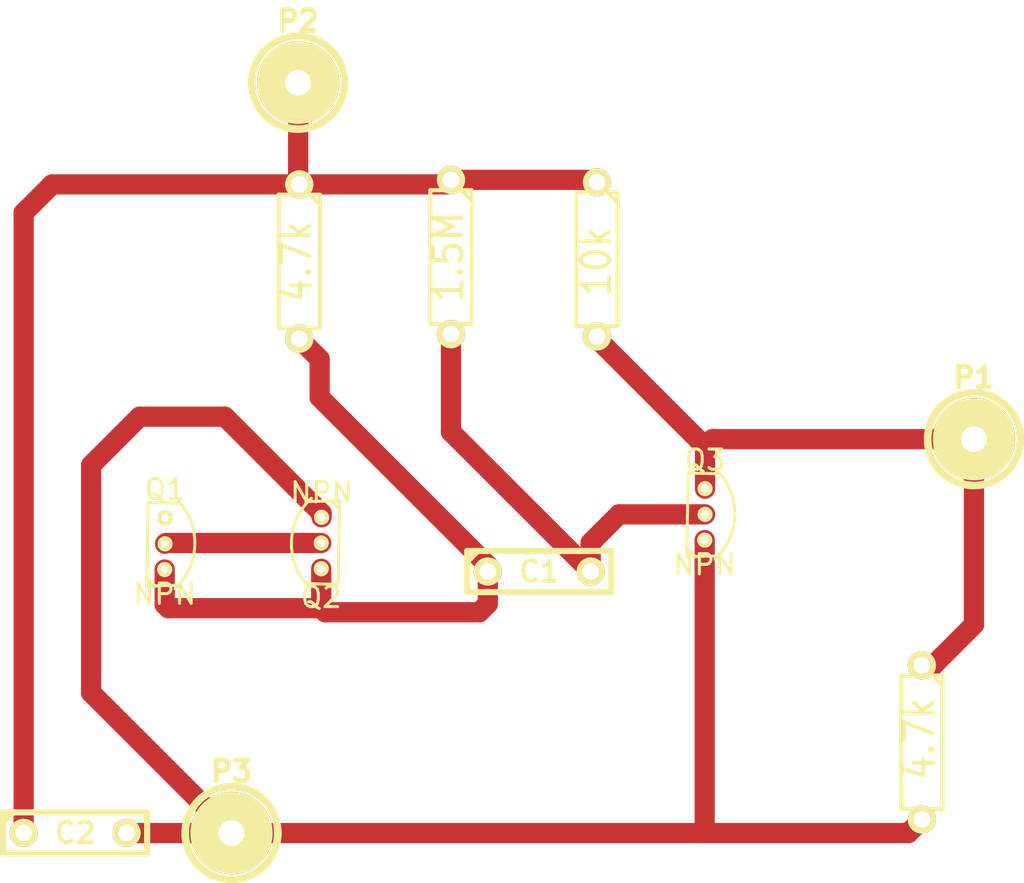
<source format=kicad_pcb>
(kicad_pcb (version 3) (host pcbnew "(2013-07-07 BZR 4022)-stable")

  (general
    (links 17)
    (no_connects 0)
    (area 180.273959 132.29844 232.372746 176.9745)
    (thickness 1.6)
    (drawings 0)
    (tracks 49)
    (zones 0)
    (modules 12)
    (nets 7)
  )

  (page A3)
  (layers
    (15 F.Cu signal)
    (0 B.Cu signal)
    (16 B.Adhes user)
    (17 F.Adhes user)
    (18 B.Paste user)
    (19 F.Paste user)
    (20 B.SilkS user)
    (21 F.SilkS user)
    (22 B.Mask user)
    (23 F.Mask user)
    (24 Dwgs.User user)
    (25 Cmts.User user)
    (26 Eco1.User user)
    (27 Eco2.User user)
    (28 Edge.Cuts user)
  )

  (setup
    (last_trace_width 1)
    (trace_clearance 0.254)
    (zone_clearance 0.508)
    (zone_45_only no)
    (trace_min 0.254)
    (segment_width 0.2)
    (edge_width 0.1)
    (via_size 0.889)
    (via_drill 0.635)
    (via_min_size 0.889)
    (via_min_drill 0.508)
    (uvia_size 0.508)
    (uvia_drill 0.127)
    (uvias_allowed no)
    (uvia_min_size 0.508)
    (uvia_min_drill 0.127)
    (pcb_text_width 0.3)
    (pcb_text_size 1.5 1.5)
    (mod_edge_width 0.15)
    (mod_text_size 1 1)
    (mod_text_width 0.15)
    (pad_size 4.064 4.064)
    (pad_drill 1.27)
    (pad_to_mask_clearance 0)
    (aux_axis_origin 0 0)
    (visible_elements 7FFFFFFF)
    (pcbplotparams
      (layerselection 32768)
      (usegerberextensions true)
      (excludeedgelayer true)
      (linewidth 0.150000)
      (plotframeref false)
      (viasonmask false)
      (mode 1)
      (useauxorigin false)
      (hpglpennumber 1)
      (hpglpenspeed 20)
      (hpglpendiameter 15)
      (hpglpenoverlay 2)
      (psnegative false)
      (psa4output false)
      (plotreference true)
      (plotvalue true)
      (plotothertext true)
      (plotinvisibletext false)
      (padsonsilk false)
      (subtractmaskfromsilk false)
      (outputformat 1)
      (mirror false)
      (drillshape 0)
      (scaleselection 1)
      (outputdirectory ../Gerbers/))
  )

  (net 0 "")
  (net 1 N-000001)
  (net 2 N-000002)
  (net 3 N-000003)
  (net 4 N-000004)
  (net 5 N-000006)
  (net 6 N-000007)

  (net_class Default "This is the default net class."
    (clearance 0.254)
    (trace_width 1)
    (via_dia 0.889)
    (via_drill 0.635)
    (uvia_dia 0.508)
    (uvia_drill 0.127)
    (add_net "")
    (add_net N-000001)
    (add_net N-000002)
    (add_net N-000003)
    (add_net N-000004)
    (add_net N-000006)
    (add_net N-000007)
  )

  (net_class Large ""
    (clearance 0.254)
    (trace_width 1)
    (via_dia 0.889)
    (via_drill 0.635)
    (uvia_dia 0.508)
    (uvia_drill 0.127)
  )

  (module R3 (layer F.Cu) (tedit 4E4C0E65) (tstamp 54BF549D)
    (at 195.3006 145.06448 270)
    (descr "Resitance 3 pas")
    (tags R)
    (path /54BF345A)
    (autoplace_cost180 10)
    (fp_text reference R1 (at 0 0.127 270) (layer F.SilkS) hide
      (effects (font (size 1.397 1.27) (thickness 0.2032)))
    )
    (fp_text value 4.7k (at 0 0.127 270) (layer F.SilkS)
      (effects (font (size 1.397 1.27) (thickness 0.2032)))
    )
    (fp_line (start -3.81 0) (end -3.302 0) (layer F.SilkS) (width 0.2032))
    (fp_line (start 3.81 0) (end 3.302 0) (layer F.SilkS) (width 0.2032))
    (fp_line (start 3.302 0) (end 3.302 -1.016) (layer F.SilkS) (width 0.2032))
    (fp_line (start 3.302 -1.016) (end -3.302 -1.016) (layer F.SilkS) (width 0.2032))
    (fp_line (start -3.302 -1.016) (end -3.302 1.016) (layer F.SilkS) (width 0.2032))
    (fp_line (start -3.302 1.016) (end 3.302 1.016) (layer F.SilkS) (width 0.2032))
    (fp_line (start 3.302 1.016) (end 3.302 0) (layer F.SilkS) (width 0.2032))
    (fp_line (start -3.302 -0.508) (end -2.794 -1.016) (layer F.SilkS) (width 0.2032))
    (pad 1 thru_hole circle (at -3.81 0 270) (size 1.397 1.397) (drill 0.8128)
      (layers *.Cu *.Mask F.SilkS)
      (net 6 N-000007)
    )
    (pad 2 thru_hole circle (at 3.81 0 270) (size 1.397 1.397) (drill 0.8128)
      (layers *.Cu *.Mask F.SilkS)
      (net 3 N-000003)
    )
    (model discret/resistor.wrl
      (at (xyz 0 0 0))
      (scale (xyz 0.3 0.3 0.3))
      (rotate (xyz 0 0 0))
    )
  )

  (module R3 (layer F.Cu) (tedit 4E4C0E65) (tstamp 54BF54AB)
    (at 202.78852 144.84096 270)
    (descr "Resitance 3 pas")
    (tags R)
    (path /54BF3493)
    (autoplace_cost180 10)
    (fp_text reference R2 (at 0 0.127 270) (layer F.SilkS) hide
      (effects (font (size 1.397 1.27) (thickness 0.2032)))
    )
    (fp_text value 1.5M (at 0 0.127 270) (layer F.SilkS)
      (effects (font (size 1.397 1.27) (thickness 0.2032)))
    )
    (fp_line (start -3.81 0) (end -3.302 0) (layer F.SilkS) (width 0.2032))
    (fp_line (start 3.81 0) (end 3.302 0) (layer F.SilkS) (width 0.2032))
    (fp_line (start 3.302 0) (end 3.302 -1.016) (layer F.SilkS) (width 0.2032))
    (fp_line (start 3.302 -1.016) (end -3.302 -1.016) (layer F.SilkS) (width 0.2032))
    (fp_line (start -3.302 -1.016) (end -3.302 1.016) (layer F.SilkS) (width 0.2032))
    (fp_line (start -3.302 1.016) (end 3.302 1.016) (layer F.SilkS) (width 0.2032))
    (fp_line (start 3.302 1.016) (end 3.302 0) (layer F.SilkS) (width 0.2032))
    (fp_line (start -3.302 -0.508) (end -2.794 -1.016) (layer F.SilkS) (width 0.2032))
    (pad 1 thru_hole circle (at -3.81 0 270) (size 1.397 1.397) (drill 0.8128)
      (layers *.Cu *.Mask F.SilkS)
      (net 6 N-000007)
    )
    (pad 2 thru_hole circle (at 3.81 0 270) (size 1.397 1.397) (drill 0.8128)
      (layers *.Cu *.Mask F.SilkS)
      (net 4 N-000004)
    )
    (model discret/resistor.wrl
      (at (xyz 0 0 0))
      (scale (xyz 0.3 0.3 0.3))
      (rotate (xyz 0 0 0))
    )
  )

  (module R3 (layer F.Cu) (tedit 54BF3773) (tstamp 54BF54B9)
    (at 209.99704 144.95272 270)
    (descr "Resitance 3 pas")
    (tags R)
    (path /54BF34A2)
    (autoplace_cost180 10)
    (fp_text reference R3 (at 0 0.127 270) (layer F.SilkS) hide
      (effects (font (size 1.397 1.27) (thickness 0.2032)))
    )
    (fp_text value 10k (at 0.11684 0.03556 270) (layer F.SilkS)
      (effects (font (size 1.397 1.27) (thickness 0.2032)))
    )
    (fp_line (start -3.81 0) (end -3.302 0) (layer F.SilkS) (width 0.2032))
    (fp_line (start 3.81 0) (end 3.302 0) (layer F.SilkS) (width 0.2032))
    (fp_line (start 3.302 0) (end 3.302 -1.016) (layer F.SilkS) (width 0.2032))
    (fp_line (start 3.302 -1.016) (end -3.302 -1.016) (layer F.SilkS) (width 0.2032))
    (fp_line (start -3.302 -1.016) (end -3.302 1.016) (layer F.SilkS) (width 0.2032))
    (fp_line (start -3.302 1.016) (end 3.302 1.016) (layer F.SilkS) (width 0.2032))
    (fp_line (start 3.302 1.016) (end 3.302 0) (layer F.SilkS) (width 0.2032))
    (fp_line (start -3.302 -0.508) (end -2.794 -1.016) (layer F.SilkS) (width 0.2032))
    (pad 1 thru_hole circle (at -3.81 0 270) (size 1.397 1.397) (drill 0.8128)
      (layers *.Cu *.Mask F.SilkS)
      (net 6 N-000007)
    )
    (pad 2 thru_hole circle (at 3.81 0 270) (size 1.397 1.397) (drill 0.8128)
      (layers *.Cu *.Mask F.SilkS)
      (net 5 N-000006)
    )
    (model discret/resistor.wrl
      (at (xyz 0 0 0))
      (scale (xyz 0.3 0.3 0.3))
      (rotate (xyz 0 0 0))
    )
  )

  (module R3 (layer F.Cu) (tedit 54BF37C4) (tstamp 54BF54C7)
    (at 226.0346 168.81348 270)
    (descr "Resitance 3 pas")
    (tags R)
    (path /54BF3630)
    (autoplace_cost180 10)
    (fp_text reference R4 (at 0 0.127 270) (layer F.SilkS) hide
      (effects (font (size 1.397 1.27) (thickness 0.2032)))
    )
    (fp_text value 4.7k (at -0.17272 0.1016 270) (layer F.SilkS)
      (effects (font (size 1.397 1.27) (thickness 0.2032)))
    )
    (fp_line (start -3.81 0) (end -3.302 0) (layer F.SilkS) (width 0.2032))
    (fp_line (start 3.81 0) (end 3.302 0) (layer F.SilkS) (width 0.2032))
    (fp_line (start 3.302 0) (end 3.302 -1.016) (layer F.SilkS) (width 0.2032))
    (fp_line (start 3.302 -1.016) (end -3.302 -1.016) (layer F.SilkS) (width 0.2032))
    (fp_line (start -3.302 -1.016) (end -3.302 1.016) (layer F.SilkS) (width 0.2032))
    (fp_line (start -3.302 1.016) (end 3.302 1.016) (layer F.SilkS) (width 0.2032))
    (fp_line (start 3.302 1.016) (end 3.302 0) (layer F.SilkS) (width 0.2032))
    (fp_line (start -3.302 -0.508) (end -2.794 -1.016) (layer F.SilkS) (width 0.2032))
    (pad 1 thru_hole circle (at -3.81 0 270) (size 1.397 1.397) (drill 0.8128)
      (layers *.Cu *.Mask F.SilkS)
      (net 5 N-000006)
    )
    (pad 2 thru_hole circle (at 3.81 0 270) (size 1.397 1.397) (drill 0.8128)
      (layers *.Cu *.Mask F.SilkS)
      (net 1 N-000001)
    )
    (model discret/resistor.wrl
      (at (xyz 0 0 0))
      (scale (xyz 0.3 0.3 0.3))
      (rotate (xyz 0 0 0))
    )
  )

  (module C2 (layer F.Cu) (tedit 200000) (tstamp 54BF54D2)
    (at 207.14716 160.3756)
    (descr "Condensateur = 2 pas")
    (tags C)
    (path /54BF3469)
    (fp_text reference C1 (at 0 0) (layer F.SilkS)
      (effects (font (size 1.016 1.016) (thickness 0.2032)))
    )
    (fp_text value 0.1uf (at 0 0) (layer F.SilkS) hide
      (effects (font (size 1.016 1.016) (thickness 0.2032)))
    )
    (fp_line (start -3.556 -1.016) (end 3.556 -1.016) (layer F.SilkS) (width 0.3048))
    (fp_line (start 3.556 -1.016) (end 3.556 1.016) (layer F.SilkS) (width 0.3048))
    (fp_line (start 3.556 1.016) (end -3.556 1.016) (layer F.SilkS) (width 0.3048))
    (fp_line (start -3.556 1.016) (end -3.556 -1.016) (layer F.SilkS) (width 0.3048))
    (fp_line (start -3.556 -0.508) (end -3.048 -1.016) (layer F.SilkS) (width 0.3048))
    (pad 1 thru_hole circle (at -2.54 0) (size 1.397 1.397) (drill 0.8128)
      (layers *.Cu *.Mask F.SilkS)
      (net 3 N-000003)
    )
    (pad 2 thru_hole circle (at 2.54 0) (size 1.397 1.397) (drill 0.8128)
      (layers *.Cu *.Mask F.SilkS)
      (net 4 N-000004)
    )
    (model discret/capa_2pas_5x5mm.wrl
      (at (xyz 0 0 0))
      (scale (xyz 1 1 1))
      (rotate (xyz 0 0 0))
    )
  )

  (module C2 (layer F.Cu) (tedit 200000) (tstamp 54BF54DD)
    (at 184.23636 173.28388)
    (descr "Condensateur = 2 pas")
    (tags C)
    (path /54BF34FF)
    (fp_text reference C2 (at 0 0) (layer F.SilkS)
      (effects (font (size 1.016 1.016) (thickness 0.2032)))
    )
    (fp_text value 10uf (at 0 0) (layer F.SilkS) hide
      (effects (font (size 1.016 1.016) (thickness 0.2032)))
    )
    (fp_line (start -3.556 -1.016) (end 3.556 -1.016) (layer F.SilkS) (width 0.3048))
    (fp_line (start 3.556 -1.016) (end 3.556 1.016) (layer F.SilkS) (width 0.3048))
    (fp_line (start 3.556 1.016) (end -3.556 1.016) (layer F.SilkS) (width 0.3048))
    (fp_line (start -3.556 1.016) (end -3.556 -1.016) (layer F.SilkS) (width 0.3048))
    (fp_line (start -3.556 -0.508) (end -3.048 -1.016) (layer F.SilkS) (width 0.3048))
    (pad 1 thru_hole circle (at -2.54 0) (size 1.397 1.397) (drill 0.8128)
      (layers *.Cu *.Mask F.SilkS)
      (net 6 N-000007)
    )
    (pad 2 thru_hole circle (at 2.54 0) (size 1.397 1.397) (drill 0.8128)
      (layers *.Cu *.Mask F.SilkS)
      (net 1 N-000001)
    )
    (model discret/capa_2pas_5x5mm.wrl
      (at (xyz 0 0 0))
      (scale (xyz 1 1 1))
      (rotate (xyz 0 0 0))
    )
  )

  (module 2n3904 (layer F.Cu) (tedit 54BF3354) (tstamp 54BF54EA)
    (at 188.65088 158.9786 180)
    (path /54BF3405)
    (fp_text reference Q1 (at -0.0254 2.65684 180) (layer F.SilkS)
      (effects (font (size 1 1) (thickness 0.15)))
    )
    (fp_text value NPN (at -0.00254 -2.51206 180) (layer F.SilkS)
      (effects (font (size 1 1) (thickness 0.15)))
    )
    (fp_line (start 0.43942 -2.12598) (end 0.90424 -1.66878) (layer F.SilkS) (width 0.15))
    (fp_arc (start 1.56464 0.00508) (end -0.67818 2.08534) (angle 90) (layer F.SilkS) (width 0.15))
    (fp_line (start 0.87884 -2.11074) (end -0.77978 -2.07772) (layer F.SilkS) (width 0.15))
    (fp_line (start 0.87884 -2.10058) (end 0.81026 2.01676) (layer F.SilkS) (width 0.15))
    (fp_line (start 0.81026 2.01676) (end -0.67818 1.9812) (layer F.SilkS) (width 0.15))
    (fp_line (start -0.67818 1.9812) (end -0.70104 1.9812) (layer F.SilkS) (width 0.15))
    (pad 1 thru_hole circle (at -0.00635 -1.29667 90) (size 0.75 0.75) (drill 0.36)
      (layers *.Cu *.Mask F.SilkS)
      (net 3 N-000003)
    )
    (pad 2 thru_hole circle (at -0.02413 -0.02667 90) (size 0.75 0.75) (drill 0.36)
      (layers *.Cu *.Mask F.SilkS)
      (net 2 N-000002)
    )
    (pad 3 thru_hole circle (at -0.02413 1.24333 90) (size 0.75 0.75) (drill 0.36)
      (layers *.Cu *.Mask F.SilkS)
    )
  )

  (module 2n3904 (layer F.Cu) (tedit 54BF3354) (tstamp 54BF54F7)
    (at 196.40804 158.99384)
    (path /54BF3414)
    (fp_text reference Q2 (at -0.0254 2.65684) (layer F.SilkS)
      (effects (font (size 1 1) (thickness 0.15)))
    )
    (fp_text value NPN (at -0.00254 -2.51206) (layer F.SilkS)
      (effects (font (size 1 1) (thickness 0.15)))
    )
    (fp_line (start 0.43942 -2.12598) (end 0.90424 -1.66878) (layer F.SilkS) (width 0.15))
    (fp_arc (start 1.56464 0.00508) (end -0.67818 2.08534) (angle 90) (layer F.SilkS) (width 0.15))
    (fp_line (start 0.87884 -2.11074) (end -0.77978 -2.07772) (layer F.SilkS) (width 0.15))
    (fp_line (start 0.87884 -2.10058) (end 0.81026 2.01676) (layer F.SilkS) (width 0.15))
    (fp_line (start 0.81026 2.01676) (end -0.67818 1.9812) (layer F.SilkS) (width 0.15))
    (fp_line (start -0.67818 1.9812) (end -0.70104 1.9812) (layer F.SilkS) (width 0.15))
    (pad 1 thru_hole circle (at -0.00635 -1.29667 270) (size 0.75 0.75) (drill 0.36)
      (layers *.Cu *.Mask F.SilkS)
      (net 1 N-000001)
    )
    (pad 2 thru_hole circle (at -0.02413 -0.02667 270) (size 0.75 0.75) (drill 0.36)
      (layers *.Cu *.Mask F.SilkS)
      (net 2 N-000002)
    )
    (pad 3 thru_hole circle (at -0.02413 1.24333 270) (size 0.75 0.75) (drill 0.36)
      (layers *.Cu *.Mask F.SilkS)
      (net 3 N-000003)
    )
  )

  (module 2n3904 (layer F.Cu) (tedit 54BF3354) (tstamp 54BF5504)
    (at 215.30564 157.52572 180)
    (path /54BF35DB)
    (fp_text reference Q3 (at -0.0254 2.65684 180) (layer F.SilkS)
      (effects (font (size 1 1) (thickness 0.15)))
    )
    (fp_text value NPN (at -0.00254 -2.51206 180) (layer F.SilkS)
      (effects (font (size 1 1) (thickness 0.15)))
    )
    (fp_line (start 0.43942 -2.12598) (end 0.90424 -1.66878) (layer F.SilkS) (width 0.15))
    (fp_arc (start 1.56464 0.00508) (end -0.67818 2.08534) (angle 90) (layer F.SilkS) (width 0.15))
    (fp_line (start 0.87884 -2.11074) (end -0.77978 -2.07772) (layer F.SilkS) (width 0.15))
    (fp_line (start 0.87884 -2.10058) (end 0.81026 2.01676) (layer F.SilkS) (width 0.15))
    (fp_line (start 0.81026 2.01676) (end -0.67818 1.9812) (layer F.SilkS) (width 0.15))
    (fp_line (start -0.67818 1.9812) (end -0.70104 1.9812) (layer F.SilkS) (width 0.15))
    (pad 1 thru_hole circle (at -0.00635 -1.29667 90) (size 0.75 0.75) (drill 0.36)
      (layers *.Cu *.Mask F.SilkS)
      (net 1 N-000001)
    )
    (pad 2 thru_hole circle (at -0.02413 -0.02667 90) (size 0.75 0.75) (drill 0.36)
      (layers *.Cu *.Mask F.SilkS)
      (net 4 N-000004)
    )
    (pad 3 thru_hole circle (at -0.02413 1.24333 90) (size 0.75 0.75) (drill 0.36)
      (layers *.Cu *.Mask F.SilkS)
      (net 5 N-000006)
    )
  )

  (module 1pin (layer F.Cu) (tedit 54C00279) (tstamp 54BF550A)
    (at 228.60508 153.83764)
    (descr "module 1 pin (ou trou mecanique de percage)")
    (tags DEV)
    (path /54BF374D)
    (fp_text reference P1 (at 0 -3.048) (layer F.SilkS)
      (effects (font (size 1.016 1.016) (thickness 0.254)))
    )
    (fp_text value CONN_1 (at 0 2.794) (layer F.SilkS) hide
      (effects (font (size 1.016 1.016) (thickness 0.254)))
    )
    (fp_circle (center 0 0) (end 0 -2.286) (layer F.SilkS) (width 0.381))
    (pad 1 thru_hole circle (at 0 0) (size 4.064 4.064) (drill 1.27)
      (layers *.Cu *.Mask F.SilkS)
      (net 5 N-000006)
    )
  )

  (module 1pin (layer F.Cu) (tedit 54C00281) (tstamp 54BF5510)
    (at 191.95542 173.2915)
    (descr "module 1 pin (ou trou mecanique de percage)")
    (tags DEV)
    (path /54BF3A79)
    (fp_text reference P3 (at 0 -3.048) (layer F.SilkS)
      (effects (font (size 1.016 1.016) (thickness 0.254)))
    )
    (fp_text value CONN_1 (at 0 2.794) (layer F.SilkS) hide
      (effects (font (size 1.016 1.016) (thickness 0.254)))
    )
    (fp_circle (center 0 0) (end 0 -2.286) (layer F.SilkS) (width 0.381))
    (pad 1 thru_hole circle (at 0 0) (size 4.064 4.064) (drill 1.27)
      (layers *.Cu *.Mask F.SilkS)
      (net 1 N-000001)
    )
  )

  (module 1pin (layer F.Cu) (tedit 54C00272) (tstamp 54BF5516)
    (at 195.24472 136.23544)
    (descr "module 1 pin (ou trou mecanique de percage)")
    (tags DEV)
    (path /54BF3A88)
    (fp_text reference P2 (at 0 -3.048) (layer F.SilkS)
      (effects (font (size 1.016 1.016) (thickness 0.254)))
    )
    (fp_text value CONN_1 (at 0 2.794) (layer F.SilkS) hide
      (effects (font (size 1.016 1.016) (thickness 0.254)))
    )
    (fp_circle (center 0 0) (end 0 -2.286) (layer F.SilkS) (width 0.381))
    (pad 1 thru_hole circle (at 0 0) (size 4.064 4.064) (drill 1.27)
      (layers *.Cu *.Mask F.SilkS)
      (net 6 N-000007)
    )
  )

  (segment (start 196.40169 157.69717) (end 196.40169 157.50169) (width 1) (layer F.Cu) (net 1))
  (segment (start 185.025 166.36108) (end 191.95542 173.2915) (width 1) (layer F.Cu) (net 1) (tstamp 54BFE8A4))
  (segment (start 185.025 155.125) (end 185.025 166.36108) (width 1) (layer F.Cu) (net 1) (tstamp 54BFE8A2))
  (segment (start 187.425 152.725) (end 185.025 155.125) (width 1) (layer F.Cu) (net 1) (tstamp 54BFE8A1))
  (segment (start 191.625 152.725) (end 187.425 152.725) (width 1) (layer F.Cu) (net 1) (tstamp 54BFE89E))
  (segment (start 196.40169 157.50169) (end 191.625 152.725) (width 1) (layer F.Cu) (net 1) (tstamp 54BFE89D))
  (segment (start 215.31199 158.82239) (end 215.31199 173.05401) (width 1) (layer F.Cu) (net 1))
  (segment (start 215.31199 173.05401) (end 215.0745 173.2915) (width 1) (layer F.Cu) (net 1) (tstamp 54BFE851))
  (segment (start 191.95542 173.2915) (end 215.0745 173.2915) (width 1) (layer F.Cu) (net 1))
  (segment (start 215.0745 173.2915) (end 225.36658 173.2915) (width 1) (layer F.Cu) (net 1) (tstamp 54BFE857))
  (segment (start 225.36658 173.2915) (end 226.0346 172.62348) (width 1) (layer F.Cu) (net 1) (tstamp 54BFE7D5))
  (segment (start 191.95542 173.2915) (end 186.78398 173.2915) (width 1) (layer F.Cu) (net 1))
  (segment (start 186.78398 173.2915) (end 186.77636 173.28388) (width 1) (layer F.Cu) (net 1) (tstamp 54BFE7D2))
  (segment (start 196.38391 158.96717) (end 188.71311 158.96717) (width 1) (layer F.Cu) (net 2))
  (segment (start 188.71311 158.96717) (end 188.67501 159.00527) (width 1) (layer F.Cu) (net 2) (tstamp 54BFE87A))
  (segment (start 204.60716 160.3756) (end 204.60716 160.0708) (width 1) (layer F.Cu) (net 3))
  (segment (start 196.30644 149.88032) (end 195.3006 148.87448) (width 1) (layer F.Cu) (net 3) (tstamp 54BFE889))
  (segment (start 196.30644 151.77008) (end 196.30644 149.88032) (width 1) (layer F.Cu) (net 3) (tstamp 54BFE888))
  (segment (start 204.60716 160.0708) (end 196.30644 151.77008) (width 1) (layer F.Cu) (net 3) (tstamp 54BFE885))
  (segment (start 188.65723 160.27527) (end 188.65723 162.00247) (width 1) (layer F.Cu) (net 3))
  (segment (start 188.84011 162.18535) (end 196.38391 162.18535) (width 1) (layer F.Cu) (net 3) (tstamp 54BFE839))
  (segment (start 188.65723 162.00247) (end 188.84011 162.18535) (width 1) (layer F.Cu) (net 3) (tstamp 54BFE838))
  (segment (start 204.60716 160.3756) (end 204.60716 161.97072) (width 1) (layer F.Cu) (net 3))
  (segment (start 196.38391 162.18535) (end 196.38391 160.23717) (width 1) (layer F.Cu) (net 3) (tstamp 54BFE835))
  (segment (start 196.58584 162.38728) (end 196.38391 162.18535) (width 1) (layer F.Cu) (net 3) (tstamp 54BFE834))
  (segment (start 204.1906 162.38728) (end 196.58584 162.38728) (width 1) (layer F.Cu) (net 3) (tstamp 54BFE831))
  (segment (start 204.60716 161.97072) (end 204.1906 162.38728) (width 1) (layer F.Cu) (net 3) (tstamp 54BFE82E))
  (segment (start 215.32977 157.55239) (end 211.08543 157.55239) (width 1) (layer F.Cu) (net 4))
  (segment (start 209.68716 158.95066) (end 209.68716 160.3756) (width 1) (layer F.Cu) (net 4) (tstamp 54BFE860))
  (segment (start 211.08543 157.55239) (end 209.68716 158.95066) (width 1) (layer F.Cu) (net 4) (tstamp 54BFE85F))
  (segment (start 202.78852 148.65096) (end 202.78852 153.47696) (width 1) (layer F.Cu) (net 4))
  (segment (start 202.78852 153.47696) (end 209.68716 160.3756) (width 1) (layer F.Cu) (net 4) (tstamp 54BFE85A))
  (segment (start 209.99704 148.76272) (end 209.99704 148.8694) (width 1) (layer F.Cu) (net 5))
  (segment (start 209.99704 148.8694) (end 215.32977 154.20213) (width 1) (layer F.Cu) (net 5) (tstamp 54BFE84D))
  (segment (start 215.32977 156.28239) (end 215.32977 154.20213) (width 1) (layer F.Cu) (net 5))
  (segment (start 215.69426 153.83764) (end 228.60508 153.83764) (width 1) (layer F.Cu) (net 5) (tstamp 54BFE7E3))
  (segment (start 215.32977 154.20213) (end 215.69426 153.83764) (width 1) (layer F.Cu) (net 5) (tstamp 54BFE7E1))
  (segment (start 226.0346 165.00348) (end 226.60102 165.00348) (width 1) (layer F.Cu) (net 5))
  (segment (start 228.60508 162.99942) (end 228.60508 153.83764) (width 1) (layer F.Cu) (net 5) (tstamp 54BFE7DB))
  (segment (start 226.60102 165.00348) (end 228.60508 162.99942) (width 1) (layer F.Cu) (net 5) (tstamp 54BFE7D9))
  (segment (start 181.69636 173.28388) (end 181.69636 142.66164) (width 1) (layer F.Cu) (net 6))
  (segment (start 183.10352 141.25448) (end 195.3006 141.25448) (width 1) (layer F.Cu) (net 6) (tstamp 54BFE816))
  (segment (start 181.69636 142.66164) (end 183.10352 141.25448) (width 1) (layer F.Cu) (net 6) (tstamp 54BFE810))
  (segment (start 195.24472 136.23544) (end 195.24472 141.1986) (width 1) (layer F.Cu) (net 6))
  (segment (start 195.24472 141.1986) (end 195.3006 141.25448) (width 1) (layer F.Cu) (net 6) (tstamp 54BFE7F7))
  (segment (start 202.78852 141.03096) (end 209.88528 141.03096) (width 1) (layer F.Cu) (net 6))
  (segment (start 209.88528 141.03096) (end 209.99704 141.14272) (width 1) (layer F.Cu) (net 6) (tstamp 54BFE7F4))
  (segment (start 195.3006 141.25448) (end 202.565 141.25448) (width 1) (layer F.Cu) (net 6))
  (segment (start 202.565 141.25448) (end 202.78852 141.03096) (width 1) (layer F.Cu) (net 6) (tstamp 54BFE7F0))

)

</source>
